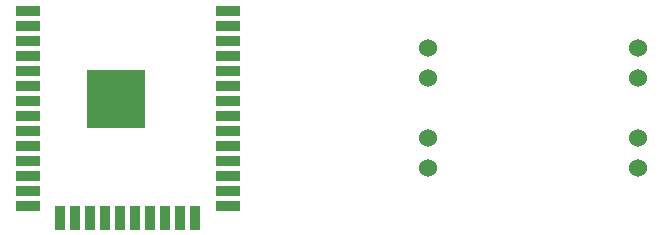
<source format=gbr>
%TF.GenerationSoftware,KiCad,Pcbnew,(6.0.5-0)*%
%TF.CreationDate,2022-06-13T22:41:19-05:00*%
%TF.ProjectId,ESP32,45535033-322e-46b6-9963-61645f706362,rev?*%
%TF.SameCoordinates,Original*%
%TF.FileFunction,Soldermask,Top*%
%TF.FilePolarity,Negative*%
%FSLAX46Y46*%
G04 Gerber Fmt 4.6, Leading zero omitted, Abs format (unit mm)*
G04 Created by KiCad (PCBNEW (6.0.5-0)) date 2022-06-13 22:41:19*
%MOMM*%
%LPD*%
G01*
G04 APERTURE LIST*
%ADD10C,1.524000*%
%ADD11R,2.000000X0.900000*%
%ADD12R,0.900000X2.000000*%
%ADD13R,5.000000X5.000000*%
G04 APERTURE END LIST*
D10*
%TO.C,U2*%
X167640000Y-109220000D03*
X167640000Y-111760000D03*
X167640000Y-119380000D03*
X167640000Y-116840000D03*
X185420000Y-109220000D03*
X185420000Y-111760000D03*
X185420000Y-119380000D03*
X185420000Y-116840000D03*
%TD*%
D11*
%TO.C,U1*%
X133740000Y-106045000D03*
X133740000Y-107315000D03*
X133740000Y-108585000D03*
X133740000Y-109855000D03*
X133740000Y-111125000D03*
X133740000Y-112395000D03*
X133740000Y-113665000D03*
X133740000Y-114935000D03*
X133740000Y-116205000D03*
X133740000Y-117475000D03*
X133740000Y-118745000D03*
X133740000Y-120015000D03*
X133740000Y-121285000D03*
X133740000Y-122555000D03*
D12*
X136525000Y-123555000D03*
X137795000Y-123555000D03*
X139065000Y-123555000D03*
X140335000Y-123555000D03*
X141605000Y-123555000D03*
X142875000Y-123555000D03*
X144145000Y-123555000D03*
X145415000Y-123555000D03*
X146685000Y-123555000D03*
X147955000Y-123555000D03*
D11*
X150740000Y-122555000D03*
X150740000Y-121285000D03*
X150740000Y-120015000D03*
X150740000Y-118745000D03*
X150740000Y-117475000D03*
X150740000Y-116205000D03*
X150740000Y-114935000D03*
X150740000Y-113665000D03*
X150740000Y-112395000D03*
X150740000Y-111125000D03*
X150740000Y-109855000D03*
X150740000Y-108585000D03*
X150740000Y-107315000D03*
X150740000Y-106045000D03*
D13*
X141240000Y-113545000D03*
%TD*%
M02*

</source>
